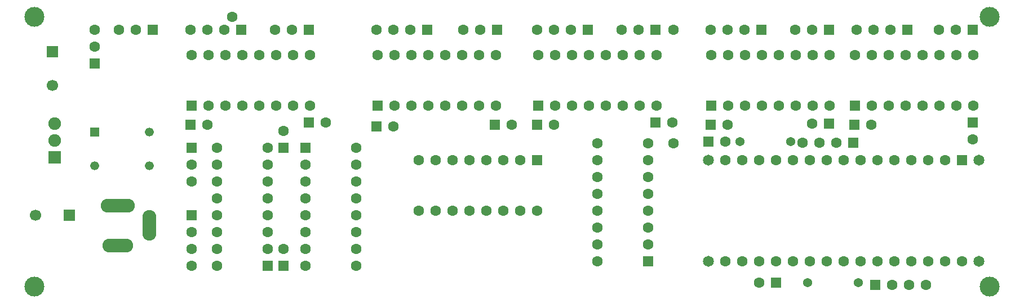
<source format=gbr>
G04 DipTrace Beta 3.9.0.1*
G04 BottomMask.gbr*
%MOMM*%
G04 #@! TF.FileFunction,Soldermask,Bot*
G04 #@! TF.Part,Single*
%AMOUTLINE1*
4,1,4,
-0.79993,0.80007,
0.80007,0.79993,
0.79993,-0.80007,
-0.80007,-0.79993,
-0.79993,0.80007,
0*%
%ADD23C,1.6*%
%ADD24R,1.6X1.6*%
%ADD30C,1.651*%
%ADD31C,3.0*%
%ADD40C,1.37*%
%ADD42C,1.37*%
%ADD44C,1.9*%
%ADD46R,1.9X1.9*%
%ADD47R,1.7X1.7*%
%ADD48C,1.7*%
%ADD49C,1.33*%
%ADD51R,1.33X1.33*%
%ADD53O,2.1X4.6*%
%ADD55O,4.6X2.1*%
%ADD57O,5.1X2.1*%
%ADD59C,1.6*%
%ADD64OUTLINE1*%
%FSLAX35Y35*%
G04*
G71*
G90*
G75*
G01*
G04 BotMask*
%LPD*%
D24*
X-4512685Y3317935D3*
D59*
X-4258685D3*
X-4004685D3*
X-3750685D3*
X-3496685D3*
X-3242685D3*
X-2988685D3*
X-2734685D3*
Y4079935D3*
X-2988685D3*
X-3242685D3*
X-3496685D3*
X-3750685D3*
X-4004685D3*
X-4258685D3*
X-4512685D3*
D24*
X-3369692Y904938D3*
D59*
Y1158938D3*
Y1412938D3*
Y1666938D3*
Y1920938D3*
Y2174938D3*
Y2428938D3*
Y2682938D3*
X-4131692D3*
Y2428938D3*
Y2174938D3*
Y1920938D3*
Y1666938D3*
Y1412938D3*
Y1158938D3*
Y904938D3*
D24*
X-1718688Y3317935D3*
D59*
X-1464688D3*
X-1210688D3*
X-956688D3*
X-702688D3*
X-448688D3*
X-194688D3*
X59312D3*
Y4079935D3*
X-194688D3*
X-448688D3*
X-702688D3*
X-956688D3*
X-1210688D3*
X-1464688D3*
X-1718688D3*
D24*
X3297808Y3317935D3*
D59*
X3551808D3*
X3805808D3*
X4059808D3*
X4313808D3*
X4567808D3*
X4821808D3*
X5075808D3*
Y4079935D3*
X4821808D3*
X4567808D3*
X4313808D3*
X4059808D3*
X3805808D3*
X3551808D3*
X3297808D3*
D24*
X694312Y3317935D3*
D59*
X948312D3*
X1202312D3*
X1456312D3*
X1710312D3*
X1964312D3*
X2218312D3*
X2472312D3*
Y4079935D3*
X2218312D3*
X1964312D3*
X1710312D3*
X1456312D3*
X1202312D3*
X948312D3*
X694312D3*
D24*
X5456812Y3317935D3*
D59*
X5710812D3*
X5964812D3*
X6218812D3*
X6472812D3*
X6726812D3*
X6980812D3*
X7234812D3*
Y4079935D3*
X6980812D3*
X6726812D3*
X6472812D3*
X6218812D3*
X5964812D3*
X5710812D3*
X5456812D3*
D24*
X2345268Y968418D3*
D59*
Y1222418D3*
Y1476418D3*
Y1730418D3*
Y1984418D3*
Y2238418D3*
Y2492418D3*
Y2746418D3*
X1583268D3*
Y2492418D3*
Y2238418D3*
Y1984418D3*
Y1730418D3*
Y1476418D3*
Y1222418D3*
Y968418D3*
D64*
X683312Y2492936D3*
D59*
X429312Y2492958D3*
X175312Y2492981D3*
X-78688Y2493004D3*
X-332688Y2493026D3*
X-586688Y2493049D3*
X-840688Y2493072D3*
X-1094688Y2493094D3*
X-1094756Y1731094D3*
X-840756Y1731072D3*
X-586756Y1731049D3*
X-332756Y1731026D3*
X-78756Y1731004D3*
X175244Y1730981D3*
X429244Y1730958D3*
X683244Y1730936D3*
D24*
X5064808Y4461435D3*
D59*
X4810808D3*
X4556808D3*
D24*
X-2798188Y2682938D3*
D59*
Y2428938D3*
Y2174938D3*
Y1920938D3*
Y1666938D3*
Y1412938D3*
Y1158938D3*
Y904938D3*
X-2036188D3*
Y1158938D3*
Y1412938D3*
Y1666938D3*
Y1920938D3*
Y2174938D3*
Y2428938D3*
Y2682938D3*
D24*
X6239562Y4461435D3*
D59*
X5985562D3*
X5731562D3*
X5477562D3*
D24*
X2461312D3*
D59*
X2207312D3*
X1953312D3*
D24*
X80062D3*
D59*
X-173938D3*
X-427938D3*
D24*
X7223812D3*
D59*
X6969812D3*
X6715812D3*
D24*
X-4512692Y2682935D3*
D59*
Y2428935D3*
Y2174935D3*
D24*
X-3761688Y4461435D3*
D59*
X-4015688D3*
X-4269688D3*
X-4523688D3*
D24*
X1445315D3*
D59*
X1191315D3*
X937315D3*
X683315D3*
D24*
X-2745692D3*
D59*
X-2999692D3*
X-3253692D3*
D24*
X-967685D3*
D59*
X-1221685D3*
X-1475685D3*
X-1729685D3*
D24*
X-4512692Y1666935D3*
D59*
Y1412935D3*
Y1158935D3*
Y904935D3*
D24*
X4048812Y4461435D3*
D59*
X3794812D3*
X3540812D3*
X3286812D3*
D24*
X3255065Y2778688D3*
D59*
X3509065D3*
D24*
X4271058Y651435D3*
D59*
X4017058D3*
D24*
X7065062Y2492938D3*
D59*
X6811062D3*
X6557062D3*
X6303062D3*
X6049062D3*
X5795062D3*
X5541062D3*
X5287062D3*
X5033062D3*
X4779062D3*
X4525062D3*
X4271062D3*
X4017062D3*
X3763062D3*
X3509062D3*
Y968938D3*
X3763062D3*
X4017062D3*
X4271062D3*
X4525062D3*
X4779062D3*
X5033062D3*
X5287062D3*
X5541062D3*
X5795062D3*
X6049062D3*
X6303062D3*
X6557062D3*
X6811062D3*
X7065062D3*
D30*
X7319062Y2492938D3*
Y968938D3*
X3255062D3*
Y2492938D3*
D57*
X-5619065Y1810315D3*
D55*
Y1210315D3*
D53*
X-5149065Y1510315D3*
D51*
X-5968305Y2921572D3*
D49*
Y2411572D3*
X-5143305D3*
Y2921572D3*
D48*
X-6857312Y1667438D3*
D47*
X-6349312D3*
D48*
X-6603281Y3620075D3*
D47*
X-6603337Y4128075D3*
D46*
X-6571568Y2540562D3*
D44*
Y3048562D3*
Y2794562D3*
D24*
X5445808Y3032685D3*
D59*
X5699808D3*
D24*
X7223808Y3064435D3*
D59*
Y2810435D3*
D24*
X3286815Y3032685D3*
D59*
X3540815D3*
D24*
X5064808Y3048565D3*
D59*
X4810808D3*
D24*
X683308Y3032685D3*
D59*
X937308D3*
D24*
X2461315Y3064435D3*
D59*
X2715315D3*
D24*
X-1729688Y3000935D3*
D59*
X-1475688D3*
D24*
X48308Y3032685D3*
D59*
X302308D3*
D24*
X-4523688D3*
D59*
X-4269688D3*
D24*
X-2745688Y3064435D3*
D59*
X-2491688D3*
D24*
X-3126692Y905438D3*
D59*
Y1159438D3*
D24*
Y2683438D3*
D59*
Y2937438D3*
D24*
X-5968318Y3953438D3*
D59*
Y4207438D3*
Y4461438D3*
D24*
X-5095185Y4461432D3*
D59*
X-5349185D3*
X-5603185D3*
D24*
X5429938Y2762812D3*
D59*
X5175938D3*
X4921938D3*
X4667938D3*
D42*
X5509312Y651432D3*
D40*
X4747312D3*
D42*
X4493308Y2778688D3*
D40*
X3731308D3*
D24*
X5763312Y619685D3*
D59*
X6017312D3*
X6271312D3*
X6525312D3*
D23*
X2726315Y2746438D3*
Y4460935D3*
X-3904562Y4651935D3*
D31*
X-6873185Y587935D3*
X7477812D3*
Y4651935D3*
X-6873185D3*
M02*

</source>
